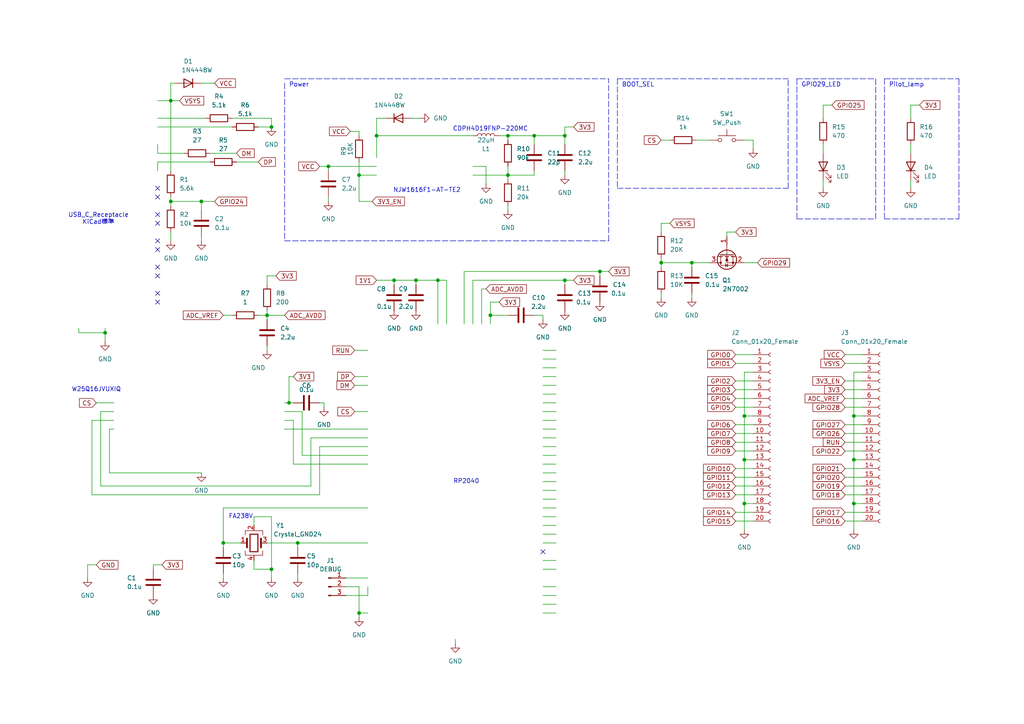
<source format=kicad_sch>
(kicad_sch (version 20231120) (generator "eeschema") (generator_version "8.0")
  (paper "A4")
  (lib_symbols
    (symbol "Connector:Conn_01x03_Male" (pin_names (offset 1.016) hide)
      (property "Reference" "J" (at 0 5.08 0))
      (property "Value" "Conn_01x03_Male" (at 0 -5.08 0))
      (symbol "Conn_01x03_Male_1_1"
        (polyline (pts (xy 1.27 -2.54) (xy 0.8636 -2.54)) (stroke (width 0.1524)))
        (polyline (pts (xy 1.27 0) (xy 0.8636 0)) (stroke (width 0.1524)))
        (polyline (pts (xy 1.27 2.54) (xy 0.8636 2.54)) (stroke (width 0.1524)))
        (rectangle (start 0.8636 -2.413) (end 0 -2.667) (stroke (width 0.1524)) (fill (type outline)))
        (rectangle (start 0.8636 0.127) (end 0 -0.127) (stroke (width 0.1524)) (fill (type outline)))
        (rectangle (start 0.8636 2.667) (end 0 2.413) (stroke (width 0.1524)) (fill (type outline)))
        (pin passive line (at 5.08 2.54 180) (length 3.81) (name "Pin_1") (number "1"))
        (pin passive line (at 5.08 0 180) (length 3.81) (name "Pin_2") (number "2"))
        (pin passive line (at 5.08 -2.54 180) (length 3.81) (name "Pin_3") (number "3"))
      )
    )
    (symbol "Connector:Conn_01x20_Female" (pin_names (offset 1.016) hide)
      (property "Reference" "J" (at 0 25.4 0))
      (property "Value" "Conn_01x20_Female" (at 0 -27.94 0))
      (symbol "Conn_01x20_Female_1_1"
        (arc (start 0 -24.892) (mid -0.5058 -25.4) (end 0 -25.908) (stroke (width 0.1524)))
        (arc (start 0 -22.352) (mid -0.5058 -22.86) (end 0 -23.368) (stroke (width 0.1524)))
        (arc (start 0 -19.812) (mid -0.5058 -20.32) (end 0 -20.828) (stroke (width 0.1524)))
        (arc (start 0 -17.272) (mid -0.5058 -17.78) (end 0 -18.288) (stroke (width 0.1524)))
        (arc (start 0 -14.732) (mid -0.5058 -15.24) (end 0 -15.748) (stroke (width 0.1524)))
        (arc (start 0 -12.192) (mid -0.5058 -12.7) (end 0 -13.208) (stroke (width 0.1524)))
        (arc (start 0 -9.652) (mid -0.5058 -10.16) (end 0 -10.668) (stroke (width 0.1524)))
        (arc (start 0 -7.112) (mid -0.5058 -7.62) (end 0 -8.128) (stroke (width 0.1524)))
        (arc (start 0 -4.572) (mid -0.5058 -5.08) (end 0 -5.588) (stroke (width 0.1524)))
        (arc (start 0 -2.032) (mid -0.5058 -2.54) (end 0 -3.048) (stroke (width 0.1524)))
        (polyline (pts (xy -1.27 -25.4) (xy -0.508 -25.4)) (stroke (width 0.1524)))
        (polyline (pts (xy -1.27 -22.86) (xy -0.508 -22.86)) (stroke (width 0.1524)))
        (polyline (pts (xy -1.27 -20.32) (xy -0.508 -20.32)) (stroke (width 0.1524)))
        (polyline (pts (xy -1.27 -17.78) (xy -0.508 -17.78)) (stroke (width 0.1524)))
        (polyline (pts (xy -1.27 -15.24) (xy -0.508 -15.24)) (stroke (width 0.1524)))
        (polyline (pts (xy -1.27 -12.7) (xy -0.508 -12.7)) (stroke (width 0.1524)))
        (polyline (pts (xy -1.27 -10.16) (xy -0.508 -10.16)) (stroke (width 0.1524)))
        (polyline (pts (xy -1.27 -7.62) (xy -0.508 -7.62)) (stroke (width 0.1524)))
        (polyline (pts (xy -1.27 -5.08) (xy -0.508 -5.08)) (stroke (width 0.1524)))
        (polyline (pts (xy -1.27 -2.54) (xy -0.508 -2.54)) (stroke (width 0.1524)))
        (polyline (pts (xy -1.27 0) (xy -0.508 0)) (stroke (width 0.1524)))
        (polyline (pts (xy -1.27 2.54) (xy -0.508 2.54)) (stroke (width 0.1524)))
        (polyline (pts (xy -1.27 5.08) (xy -0.508 5.08)) (stroke (width 0.1524)))
        (polyline (pts (xy -1.27 7.62) (xy -0.508 7.62)) (stroke (width 0.1524)))
        (polyline (pts (xy -1.27 10.16) (xy -0.508 10.16)) (stroke (width 0.1524)))
        (polyline (pts (xy -1.27 12.7) (xy -0.508 12.7)) (stroke (width 0.1524)))
        (polyline (pts (xy -1.27 15.24) (xy -0.508 15.24)) (stroke (width 0.1524)))
        (polyline (pts (xy -1.27 17.78) (xy -0.508 17.78)) (stroke (width 0.1524)))
        (polyline (pts (xy -1.27 20.32) (xy -0.508 20.32)) (stroke (width 0.1524)))
        (polyline (pts (xy -1.27 22.86) (xy -0.508 22.86)) (stroke (width 0.1524)))
        (arc (start 0 0.508) (mid -0.5058 0) (end 0 -0.508) (stroke (width 0.1524)))
        (arc (start 0 3.048) (mid -0.5058 2.54) (end 0 2.032) (stroke (width 0.1524)))
        (arc (start 0 5.588) (mid -0.5058 5.08) (end 0 4.572) (stroke (width 0.1524)))
        (arc (start 0 8.128) (mid -0.5058 7.62) (end 0 7.112) (stroke (width 0.1524)))
        (arc (start 0 10.668) (mid -0.5058 10.16) (end 0 9.652) (stroke (width 0.1524)))
        (arc (start 0 13.208) (mid -0.5058 12.7) (end 0 12.192) (stroke (width 0.1524)))
        (arc (start 0 15.748) (mid -0.5058 15.24) (end 0 14.732) (stroke (width 0.1524)))
        (arc (start 0 18.288) (mid -0.5058 17.78) (end 0 17.272) (stroke (width 0.1524)))
        (arc (start 0 20.828) (mid -0.5058 20.32) (end 0 19.812) (stroke (width 0.1524)))
        (arc (start 0 23.368) (mid -0.5058 22.86) (end 0 22.352) (stroke (width 0.1524)))
        (pin passive line (at -5.08 22.86 0) (length 3.81) (name "Pin_1") (number "1"))
        (pin passive line (at -5.08 0 0) (length 3.81) (name "Pin_10") (number "10"))
        (pin passive line (at -5.08 -2.54 0) (length 3.81) (name "Pin_11") (number "11"))
        (pin passive line (at -5.08 -5.08 0) (length 3.81) (name "Pin_12") (number "12"))
        (pin passive line (at -5.08 -7.62 0) (length 3.81) (name "Pin_13") (number "13"))
        (pin passive line (at -5.08 -10.16 0) (length 3.81) (name "Pin_14") (number "14"))
        (pin passive line (at -5.08 -12.7 0) (length 3.81) (name "Pin_15") (number "15"))
        (pin passive line (at -5.08 -15.24 0) (length 3.81) (name "Pin_16") (number "16"))
        (pin passive line (at -5.08 -17.78 0) (length 3.81) (name "Pin_17") (number "17"))
        (pin passive line (at -5.08 -20.32 0) (length 3.81) (name "Pin_18") (number "18"))
        (pin passive line (at -5.08 -22.86 0) (length 3.81) (name "Pin_19") (number "19"))
        (pin passive line (at -5.08 20.32 0) (length 3.81) (name "Pin_2") (number "2"))
        (pin passive line (at -5.08 -25.4 0) (length 3.81) (name "Pin_20") (number "20"))
        (pin passive line (at -5.08 17.78 0) (length 3.81) (name "Pin_3") (number "3"))
        (pin passive line (at -5.08 15.24 0) (length 3.81) (name "Pin_4") (number "4"))
        (pin passive line (at -5.08 12.7 0) (length 3.81) (name "Pin_5") (number "5"))
        (pin passive line (at -5.08 10.16 0) (length 3.81) (name "Pin_6") (number "6"))
        (pin passive line (at -5.08 7.62 0) (length 3.81) (name "Pin_7") (number "7"))
        (pin passive line (at -5.08 5.08 0) (length 3.81) (name "Pin_8") (number "8"))
        (pin passive line (at -5.08 2.54 0) (length 3.81) (name "Pin_9") (number "9"))
      )
    )
    (symbol "Device:C" (pin_numbers hide) (pin_names (offset 0.254))
      (property "Reference" "C" (at 0.635 2.54 0))
      (property "Value" "C" (at 0.635 -2.54 0))
      (symbol "C_0_1"
        (polyline (pts (xy -2.032 -0.762) (xy 2.032 -0.762)) (stroke (width 0.508)))
        (polyline (pts (xy -2.032 0.762) (xy 2.032 0.762)) (stroke (width 0.508)))
      )
      (symbol "C_1_1"
        (pin passive line (at 0 3.81 270) (length 2.794) (name "~") (number "1"))
        (pin passive line (at 0 -3.81 90) (length 2.794) (name "~") (number "2"))
      )
    )
    (symbol "Device:Crystal_GND24" (pin_names (offset 1.016) hide)
      (property "Reference" "Y" (at 3.175 5.08 0))
      (property "Value" "Crystal_GND24" (at 3.175 3.175 0))
      (symbol "Crystal_GND24_0_1"
        (rectangle (start -1.143 2.54) (end 1.143 -2.54) (stroke (width 0.3048)))
        (polyline (pts (xy -2.54 0) (xy -2.032 0)))
        (polyline (pts (xy -2.032 -1.27) (xy -2.032 1.27)) (stroke (width 0.508)))
        (polyline (pts (xy 0 -3.81) (xy 0 -3.556)))
        (polyline (pts (xy 0 3.556) (xy 0 3.81)))
        (polyline (pts (xy 2.032 -1.27) (xy 2.032 1.27)) (stroke (width 0.508)))
        (polyline (pts (xy 2.032 0) (xy 2.54 0)))
        (polyline (pts (xy -2.54 -2.286) (xy -2.54 -3.556) (xy 2.54 -3.556) (xy 2.54 -2.286)))
        (polyline (pts (xy -2.54 2.286) (xy -2.54 3.556) (xy 2.54 3.556) (xy 2.54 2.286)))
      )
      (symbol "Crystal_GND24_1_1"
        (pin passive line (at -3.81 0 0) (length 1.27) (name "1") (number "1"))
        (pin passive line (at 0 5.08 270) (length 1.27) (name "2") (number "2"))
        (pin passive line (at 3.81 0 180) (length 1.27) (name "3") (number "3"))
        (pin passive line (at 0 -5.08 90) (length 1.27) (name "4") (number "4"))
      )
    )
    (symbol "Device:L" (pin_numbers hide) (pin_names (offset 1.016) hide)
      (property "Reference" "L" (at -1.27 0 90))
      (property "Value" "L" (at 1.905 0 90))
      (symbol "L_0_1"
        (arc (start 0 -2.54) (mid 0.6323 -1.905) (end 0 -1.27))
        (arc (start 0 -1.27) (mid 0.6323 -0.635) (end 0 0))
        (arc (start 0 0) (mid 0.6323 0.635) (end 0 1.27))
        (arc (start 0 1.27) (mid 0.6323 1.905) (end 0 2.54))
      )
      (symbol "L_1_1"
        (pin passive line (at 0 3.81 270) (length 1.27) (name "1") (number "1"))
        (pin passive line (at 0 -3.81 90) (length 1.27) (name "2") (number "2"))
      )
    )
    (symbol "Device:LED" (pin_numbers hide) (pin_names (offset 1.016) hide)
      (property "Reference" "D" (at 0 2.54 0))
      (property "Value" "LED" (at 0 -2.54 0))
      (symbol "LED_0_1"
        (polyline (pts (xy -1.27 -1.27) (xy -1.27 1.27)) (stroke (width 0.254)))
        (polyline (pts (xy -1.27 0) (xy 1.27 0)))
        (polyline (pts (xy 1.27 -1.27) (xy 1.27 1.27) (xy -1.27 0) (xy 1.27 -1.27)) (stroke (width 0.254)))
        (polyline (pts (xy -3.048 -0.762) (xy -4.572 -2.286) (xy -3.81 -2.286) (xy -4.572 -2.286) (xy -4.572 -1.524)))
        (polyline (pts (xy -1.778 -0.762) (xy -3.302 -2.286) (xy -2.54 -2.286) (xy -3.302 -2.286) (xy -3.302 -1.524)))
      )
      (symbol "LED_1_1"
        (pin passive line (at -3.81 0 0) (length 2.54) (name "K") (number "1"))
        (pin passive line (at 3.81 0 180) (length 2.54) (name "A") (number "2"))
      )
    )
    (symbol "Device:R" (pin_numbers hide) (pin_names (offset 0))
      (property "Reference" "R" (at 2.032 0 90))
      (property "Value" "R" (at 0 0 90))
      (symbol "R_0_1"
        (rectangle (start -1.016 -2.54) (end 1.016 2.54) (stroke (width 0.254)))
      )
      (symbol "R_1_1"
        (pin passive line (at 0 3.81 270) (length 1.27) (name "~") (number "1"))
        (pin passive line (at 0 -3.81 90) (length 1.27) (name "~") (number "2"))
      )
    )
    (symbol "Diode:1N4448W" (pin_numbers hide) (pin_names (offset 1.016) hide)
      (property "Reference" "D" (at 0 2.54 0))
      (property "Value" "1N4448W" (at 0 -2.54 0))
      (symbol "1N4448W_0_1"
        (polyline (pts (xy -1.27 1.27) (xy -1.27 -1.27)) (stroke (width 0.254)))
        (polyline (pts (xy 1.27 0) (xy -1.27 0)))
        (polyline (pts (xy 1.27 1.27) (xy 1.27 -1.27) (xy -1.27 0) (xy 1.27 1.27)) (stroke (width 0.254)))
      )
      (symbol "1N4448W_1_1"
        (pin passive line (at -3.81 0 0) (length 2.54) (name "K") (number "1"))
        (pin passive line (at 3.81 0 180) (length 2.54) (name "A") (number "2"))
      )
    )
    (symbol "GND_1" (power) (pin_numbers hide) (pin_names (offset 0) hide)
      (property "Value" "GND" (at 0 -3.81 0))
      (symbol "GND_1_0_1"
        (polyline (pts (xy 0 0) (xy 0 -1.27) (xy 1.27 -1.27) (xy 0 -2.54) (xy -1.27 -1.27) (xy 0 -1.27)))
      )
      (symbol "GND_1_1_1"
        (pin power_in line (at 0 0 270) (length 0) (name "~") (number "1"))
      )
    )
    (symbol "GND_2" (power) (pin_numbers hide) (pin_names (offset 0) hide)
      (property "Value" "GND" (at 0 -3.81 0))
      (symbol "GND_2_0_1"
        (polyline (pts (xy 0 0) (xy 0 -1.27) (xy 1.27 -1.27) (xy 0 -2.54) (xy -1.27 -1.27) (xy 0 -1.27)))
      )
      (symbol "GND_2_1_1"
        (pin power_in line (at 0 0 270) (length 0) (name "~") (number "1"))
      )
    )
    (symbol "GND_3" (power) (pin_numbers hide) (pin_names (offset 0) hide)
      (property "Value" "GND" (at 0 -3.81 0))
      (symbol "GND_3_0_1"
        (polyline (pts (xy 0 0) (xy 0 -1.27) (xy 1.27 -1.27) (xy 0 -2.54) (xy -1.27 -1.27) (xy 0 -1.27)))
      )
      (symbol "GND_3_1_1"
        (pin power_in line (at 0 0 270) (length 0) (name "~") (number "1"))
      )
    )
    (symbol "Switch:SW_Push" (pin_numbers hide) (pin_names (offset 1.016) hide)
      (property "Reference" "SW" (at 1.27 2.54 0))
      (property "Value" "SW_Push" (at 0 -1.524 0))
      (symbol "SW_Push_0_1"
        (circle (center -2.032 0) (radius 0.508))
        (polyline (pts (xy 0 1.27) (xy 0 3.048)))
        (polyline (pts (xy 2.54 1.27) (xy -2.54 1.27)))
        (circle (center 2.032 0) (radius 0.508))
        (pin passive line (at -5.08 0 0) (length 2.54) (name "1") (number "1"))
        (pin passive line (at 5.08 0 180) (length 2.54) (name "2") (number "2"))
      )
    )
    (symbol "Transistor_FET:2N7002" (pin_names hide)
      (property "Reference" "Q" (at 5.08 1.905 0))
      (property "Value" "2N7002" (at 5.08 0 0))
      (symbol "2N7002_0_1"
        (polyline (pts (xy 0.254 0) (xy -2.54 0)))
        (polyline (pts (xy 0.254 1.905) (xy 0.254 -1.905)) (stroke (width 0.254)))
        (polyline (pts (xy 0.762 -1.27) (xy 0.762 -2.286)) (stroke (width 0.254)))
        (polyline (pts (xy 0.762 0.508) (xy 0.762 -0.508)) (stroke (width 0.254)))
        (polyline (pts (xy 0.762 2.286) (xy 0.762 1.27)) (stroke (width 0.254)))
        (polyline (pts (xy 2.54 2.54) (xy 2.54 1.778)))
        (polyline (pts (xy 2.54 -2.54) (xy 2.54 0) (xy 0.762 0)))
        (polyline (pts (xy 0.762 -1.778) (xy 3.302 -1.778) (xy 3.302 1.778) (xy 0.762 1.778)))
        (polyline (pts (xy 1.016 0) (xy 2.032 0.381) (xy 2.032 -0.381) (xy 1.016 0)) (fill (type outline)))
        (polyline (pts (xy 2.794 0.508) (xy 2.921 0.381) (xy 3.683 0.381) (xy 3.81 0.254)))
        (polyline (pts (xy 3.302 0.381) (xy 2.921 -0.254) (xy 3.683 -0.254) (xy 3.302 0.381)))
        (circle (center 1.651 0) (radius 2.794) (stroke (width 0.254)))
        (circle (center 2.54 -1.778) (radius 0.254) (fill (type outline)))
        (circle (center 2.54 1.778) (radius 0.254) (fill (type outline)))
      )
      (symbol "2N7002_1_1"
        (pin input line (at -5.08 0 0) (length 2.54) (name "G") (number "1"))
        (pin passive line (at 2.54 -5.08 90) (length 2.54) (name "S") (number "2"))
        (pin passive line (at 2.54 5.08 270) (length 2.54) (name "D") (number "3"))
      )
    )
    (symbol "power:GND" (power) (pin_names (offset 0))
      (property "Value" "GND" (at 0 -3.81 0))
      (symbol "GND_0_1"
        (polyline (pts (xy 0 0) (xy 0 -1.27) (xy 1.27 -1.27) (xy 0 -2.54) (xy -1.27 -1.27) (xy 0 -1.27)))
      )
      (symbol "GND_1_1"
        (pin power_in line (at 0 0 270) (length 0) hide (name "GND") (number "1"))
      )
    )
  )
  (junction (at 49.53 29.21))
  (junction (at 191.77 76.2))
  (junction (at 120.65 81.28))
  (junction (at 109.22 39.37))
  (junction (at 83.82 116.84))
  (junction (at 173.99 78.74))
  (junction (at 104.14 177.8))
  (junction (at 30.48 96.52))
  (junction (at 215.9 146.05))
  (junction (at 215.9 120.65))
  (junction (at 142.24 91.44))
  (junction (at 114.3 81.28))
  (junction (at 154.94 39.37))
  (junction (at 163.83 81.28))
  (junction (at 77.47 91.44))
  (junction (at 200.66 76.2))
  (junction (at 64.77 157.48))
  (junction (at 86.36 157.48))
  (junction (at 58.42 58.42))
  (junction (at 127 81.28))
  (junction (at 104.14 50.8))
  (junction (at 147.32 39.37))
  (junction (at 215.9 133.35))
  (junction (at 147.32 50.8))
  (junction (at 95.25 48.26))
  (junction (at 78.74 165.1))
  (junction (at 78.74 36.83))
  (junction (at 247.65 146.05))
  (junction (at 163.83 39.37))
  (junction (at 247.65 133.35))
  (junction (at 49.53 58.42))
  (junction (at 247.65 120.65))
  (no_connect (at 45.72 72.39))
  (no_connect (at 45.72 85.09))
  (no_connect (at 45.72 69.85))
  (no_connect (at 45.72 54.61))
  (no_connect (at 45.72 80.01))
  (no_connect (at 45.72 87.63))
  (no_connect (at 45.72 62.23))
  (no_connect (at 45.72 57.15))
  (no_connect (at 45.72 77.47))
  (no_connect (at 45.72 64.77))
  (no_connect (at 157.48 160.02))
  (wire (pts (xy 95.25 48.26) (xy 95.25 49.53)))
  (wire (pts (xy 92.71 48.26) (xy 95.25 48.26)))
  (wire (pts (xy 100.33 172.72) (xy 106.68 172.72)))
  (wire (pts (xy 215.9 153.67) (xy 215.9 146.05)))
  (wire (pts (xy 147.32 50.8) (xy 147.32 52.07)))
  (wire (pts (xy 22.86 96.52) (xy 30.48 96.52)))
  (wire (pts (xy 213.36 138.43) (xy 218.44 138.43)))
  (wire (pts (xy 144.78 87.63) (xy 142.24 87.63)))
  (wire (pts (xy 147.32 59.69) (xy 147.32 60.96)))
  (wire (pts (xy 245.11 105.41) (xy 250.19 105.41)))
  (polyline (pts (xy 254 63.5) (xy 254 22.86)) (stroke (width 0) (type dash)))
  (wire (pts (xy 247.65 133.35) (xy 247.65 120.65)))
  (wire (pts (xy 213.36 118.11) (xy 218.44 118.11)))
  (wire (pts (xy 157.48 147.32) (xy 161.29 147.32)))
  (wire (pts (xy 90.17 140.97) (xy 90.17 127)))
  (wire (pts (xy 111.76 34.29) (xy 109.22 34.29)))
  (wire (pts (xy 85.09 121.92) (xy 82.55 121.92)))
  (wire (pts (xy 213.36 135.89) (xy 218.44 135.89)))
  (wire (pts (xy 102.87 109.22) (xy 106.68 109.22)))
  (wire (pts (xy 213.36 115.57) (xy 218.44 115.57)))
  (wire (pts (xy 213.36 148.59) (xy 218.44 148.59)))
  (wire (pts (xy 250.19 118.11) (xy 245.11 118.11)))
  (wire (pts (xy 92.71 129.54) (xy 92.71 143.51)))
  (wire (pts (xy 93.98 116.84) (xy 92.71 116.84)))
  (wire (pts (xy 250.19 130.81) (xy 245.11 130.81)))
  (wire (pts (xy 87.63 132.08) (xy 87.63 119.38)))
  (wire (pts (xy 157.48 144.78) (xy 161.29 144.78)))
  (wire (pts (xy 109.22 39.37) (xy 109.22 45.72)))
  (wire (pts (xy 163.83 81.28) (xy 163.83 82.55)))
  (wire (pts (xy 82.55 124.46) (xy 106.68 124.46)))
  (wire (pts (xy 31.75 137.16) (xy 58.42 137.16)))
  (wire (pts (xy 78.74 36.83) (xy 78.74 34.29)))
  (wire (pts (xy 77.47 91.44) (xy 82.55 91.44)))
  (wire (pts (xy 213.36 143.51) (xy 218.44 143.51)))
  (wire (pts (xy 250.19 151.13) (xy 245.11 151.13)))
  (wire (pts (xy 191.77 76.2) (xy 200.66 76.2)))
  (wire (pts (xy 92.71 143.51) (xy 26.67 143.51)))
  (wire (pts (xy 250.19 113.03) (xy 245.11 113.03)))
  (wire (pts (xy 114.3 81.28) (xy 114.3 82.55)))
  (wire (pts (xy 157.48 129.54) (xy 161.29 129.54)))
  (wire (pts (xy 44.45 163.83) (xy 44.45 165.1)))
  (wire (pts (xy 78.74 165.1) (xy 78.74 149.86)))
  (wire (pts (xy 250.19 143.51) (xy 245.11 143.51)))
  (polyline (pts (xy 256.54 63.5) (xy 278.13 63.5)) (stroke (width 0) (type dash)))
  (wire (pts (xy 157.48 114.3) (xy 161.29 114.3)))
  (wire (pts (xy 33.02 119.38) (xy 29.21 119.38)))
  (wire (pts (xy 157.48 106.68) (xy 161.29 106.68)))
  (wire (pts (xy 157.48 134.62) (xy 161.29 134.62)))
  (wire (pts (xy 104.14 179.07) (xy 104.14 177.8)))
  (wire (pts (xy 191.77 64.77) (xy 191.77 67.31)))
  (wire (pts (xy 132.08 185.42) (xy 132.08 186.69)))
  (wire (pts (xy 140.97 53.34) (xy 140.97 48.26)))
  (wire (pts (xy 93.98 118.11) (xy 93.98 116.84)))
  (wire (pts (xy 95.25 48.26) (xy 109.22 48.26)))
  (polyline (pts (xy 231.14 63.5) (xy 254 63.5)) (stroke (width 0) (type dash)))
  (wire (pts (xy 250.19 148.59) (xy 245.11 148.59)))
  (wire (pts (xy 85.09 134.62) (xy 85.09 121.92)))
  (wire (pts (xy 77.47 91.44) (xy 77.47 92.71)))
  (wire (pts (xy 137.16 50.8) (xy 147.32 50.8)))
  (wire (pts (xy 245.11 115.57) (xy 250.19 115.57)))
  (wire (pts (xy 247.65 120.65) (xy 247.65 107.95)))
  (wire (pts (xy 49.53 24.13) (xy 49.53 29.21)))
  (wire (pts (xy 77.47 90.17) (xy 77.47 91.44)))
  (wire (pts (xy 64.77 147.32) (xy 106.68 147.32)))
  (wire (pts (xy 238.76 30.48) (xy 238.76 34.29)))
  (wire (pts (xy 64.77 158.75) (xy 64.77 157.48)))
  (wire (pts (xy 191.77 85.09) (xy 191.77 86.36)))
  (wire (pts (xy 157.48 172.72) (xy 161.29 172.72)))
  (wire (pts (xy 104.14 177.8) (xy 106.68 177.8)))
  (wire (pts (xy 86.36 166.37) (xy 86.36 167.64)))
  (wire (pts (xy 144.78 39.37) (xy 147.32 39.37)))
  (wire (pts (xy 157.48 149.86) (xy 161.29 149.86)))
  (wire (pts (xy 109.22 34.29) (xy 109.22 39.37)))
  (polyline (pts (xy 179.07 54.61) (xy 228.6 54.61)) (stroke (width 0) (type dash)))
  (wire (pts (xy 147.32 48.26) (xy 147.32 50.8)))
  (wire (pts (xy 30.48 96.52) (xy 30.48 99.06)))
  (wire (pts (xy 104.14 38.1) (xy 104.14 39.37)))
  (wire (pts (xy 44.45 163.83) (xy 46.99 163.83)))
  (wire (pts (xy 49.53 29.21) (xy 49.53 49.53)))
  (wire (pts (xy 120.65 81.28) (xy 127 81.28)))
  (wire (pts (xy 25.4 163.83) (xy 25.4 167.64)))
  (wire (pts (xy 104.14 58.42) (xy 104.14 50.8)))
  (wire (pts (xy 114.3 81.28) (xy 120.65 81.28)))
  (wire (pts (xy 250.19 133.35) (xy 247.65 133.35)))
  (wire (pts (xy 157.48 139.7) (xy 161.29 139.7)))
  (wire (pts (xy 213.36 151.13) (xy 218.44 151.13)))
  (wire (pts (xy 78.74 34.29) (xy 67.31 34.29)))
  (wire (pts (xy 213.36 128.27) (xy 218.44 128.27)))
  (wire (pts (xy 106.68 132.08) (xy 87.63 132.08)))
  (wire (pts (xy 142.24 91.44) (xy 147.32 91.44)))
  (wire (pts (xy 29.21 119.38) (xy 29.21 140.97)))
  (wire (pts (xy 154.94 91.44) (xy 157.48 91.44)))
  (wire (pts (xy 139.7 93.98) (xy 139.7 83.82)))
  (wire (pts (xy 157.48 127) (xy 161.29 127)))
  (wire (pts (xy 157.48 116.84) (xy 161.29 116.84)))
  (wire (pts (xy 215.9 40.64) (xy 218.44 40.64)))
  (polyline (pts (xy 82.55 69.85) (xy 176.53 69.85)) (stroke (width 0) (type dash)))
  (wire (pts (xy 80.01 80.01) (xy 77.47 80.01)))
  (wire (pts (xy 213.36 105.41) (xy 218.44 105.41)))
  (wire (pts (xy 213.36 67.31) (xy 210.82 67.31)))
  (wire (pts (xy 58.42 58.42) (xy 58.42 60.96)))
  (wire (pts (xy 22.86 95.25) (xy 22.86 96.52)))
  (wire (pts (xy 250.19 125.73) (xy 245.11 125.73)))
  (wire (pts (xy 49.53 58.42) (xy 58.42 58.42)))
  (wire (pts (xy 215.9 133.35) (xy 218.44 133.35)))
  (polyline (pts (xy 82.55 24.13) (xy 82.55 69.85)) (stroke (width 0) (type dash)))
  (wire (pts (xy 154.94 50.8) (xy 154.94 49.53)))
  (wire (pts (xy 58.42 68.58) (xy 58.42 69.85)))
  (wire (pts (xy 245.11 102.87) (xy 250.19 102.87)))
  (wire (pts (xy 104.14 50.8) (xy 109.22 50.8)))
  (wire (pts (xy 157.48 170.18) (xy 161.29 170.18)))
  (wire (pts (xy 49.53 24.13) (xy 50.8 24.13)))
  (wire (pts (xy 137.16 39.37) (xy 109.22 39.37)))
  (wire (pts (xy 87.63 119.38) (xy 82.55 119.38)))
  (wire (pts (xy 78.74 167.64) (xy 78.74 165.1)))
  (polyline (pts (xy 256.54 22.86) (xy 278.13 22.86)) (stroke (width 0) (type dash)))
  (polyline (pts (xy 231.14 22.86) (xy 231.14 63.5)) (stroke (width 0) (type dash)))
  (wire (pts (xy 250.19 123.19) (xy 245.11 123.19)))
  (wire (pts (xy 213.36 102.87) (xy 218.44 102.87)))
  (wire (pts (xy 157.48 137.16) (xy 161.29 137.16)))
  (wire (pts (xy 215.9 76.2) (xy 219.71 76.2)))
  (wire (pts (xy 106.68 134.62) (xy 85.09 134.62)))
  (wire (pts (xy 26.67 143.51) (xy 26.67 121.92)))
  (wire (pts (xy 147.32 50.8) (xy 154.94 50.8)))
  (wire (pts (xy 157.48 165.1) (xy 161.29 165.1)))
  (wire (pts (xy 250.19 138.43) (xy 245.11 138.43)))
  (wire (pts (xy 157.48 154.94) (xy 161.29 154.94)))
  (wire (pts (xy 157.48 124.46) (xy 161.29 124.46)))
  (wire (pts (xy 45.72 46.99) (xy 45.72 49.53)))
  (wire (pts (xy 215.9 146.05) (xy 215.9 133.35)))
  (wire (pts (xy 200.66 76.2) (xy 200.66 77.47)))
  (wire (pts (xy 215.9 107.95) (xy 218.44 107.95)))
  (wire (pts (xy 264.16 41.91) (xy 264.16 44.45)))
  (wire (pts (xy 213.36 125.73) (xy 218.44 125.73)))
  (polyline (pts (xy 176.53 69.85) (xy 176.53 22.86)) (stroke (width 0) (type dash)))
  (wire (pts (xy 29.21 140.97) (xy 90.17 140.97)))
  (wire (pts (xy 213.36 113.03) (xy 218.44 113.03)))
  (wire (pts (xy 58.42 24.13) (xy 62.23 24.13)))
  (wire (pts (xy 250.19 110.49) (xy 245.11 110.49)))
  (wire (pts (xy 154.94 39.37) (xy 163.83 39.37)))
  (wire (pts (xy 45.72 29.21) (xy 49.53 29.21)))
  (wire (pts (xy 250.19 120.65) (xy 247.65 120.65)))
  (wire (pts (xy 142.24 87.63) (xy 142.24 91.44)))
  (wire (pts (xy 45.72 41.91) (xy 45.72 44.45)))
  (wire (pts (xy 157.48 104.14) (xy 161.29 104.14)))
  (wire (pts (xy 86.36 157.48) (xy 86.36 158.75)))
  (wire (pts (xy 109.22 81.28) (xy 114.3 81.28)))
  (wire (pts (xy 104.14 170.18) (xy 104.14 177.8)))
  (wire (pts (xy 176.53 78.74) (xy 173.99 78.74)))
  (wire (pts (xy 157.48 91.44) (xy 157.48 92.71)))
  (wire (pts (xy 173.99 78.74) (xy 173.99 80.01)))
  (wire (pts (xy 247.65 153.67) (xy 247.65 146.05)))
  (wire (pts (xy 147.32 39.37) (xy 147.32 40.64)))
  (wire (pts (xy 157.48 152.4) (xy 161.29 152.4)))
  (wire (pts (xy 45.72 46.99) (xy 60.96 46.99)))
  (wire (pts (xy 86.36 157.48) (xy 106.68 157.48)))
  (wire (pts (xy 127 81.28) (xy 129.54 81.28)))
  (wire (pts (xy 215.9 133.35) (xy 215.9 120.65)))
  (wire (pts (xy 45.72 44.45) (xy 53.34 44.45)))
  (wire (pts (xy 250.19 140.97) (xy 245.11 140.97)))
  (wire (pts (xy 30.48 95.25) (xy 30.48 96.52)))
  (wire (pts (xy 31.75 124.46) (xy 33.02 124.46)))
  (wire (pts (xy 157.48 177.8) (xy 161.29 177.8)))
  (wire (pts (xy 77.47 157.48) (xy 86.36 157.48)))
  (wire (pts (xy 45.72 34.29) (xy 59.69 34.29)))
  (wire (pts (xy 74.93 91.44) (xy 77.47 91.44)))
  (wire (pts (xy 73.66 162.56) (xy 73.66 165.1)))
  (wire (pts (xy 102.87 111.76) (xy 106.68 111.76)))
  (wire (pts (xy 250.19 128.27) (xy 245.11 128.27)))
  (wire (pts (xy 49.53 58.42) (xy 49.53 59.69)))
  (wire (pts (xy 215.9 120.65) (xy 218.44 120.65)))
  (wire (pts (xy 106.68 129.54) (xy 92.71 129.54)))
  (polyline (pts (xy 82.55 22.86) (xy 176.53 22.86)) (stroke (width 0) (type dash)))
  (polyline (pts (xy 256.54 22.86) (xy 256.54 63.5)) (stroke (width 0) (type dash)))
  (wire (pts (xy 140.97 48.26) (xy 137.16 48.26)))
  (polyline (pts (xy 179.07 22.86) (xy 179.07 54.61)) (stroke (width 0) (type dash)))
  (wire (pts (xy 241.3 30.48) (xy 238.76 30.48)))
  (wire (pts (xy 210.82 67.31) (xy 210.82 68.58)))
  (wire (pts (xy 107.95 58.42) (xy 104.14 58.42)))
  (wire (pts (xy 68.58 46.99) (xy 74.93 46.99)))
  (wire (pts (xy 60.96 44.45) (xy 68.58 44.45)))
  (wire (pts (xy 45.72 36.83) (xy 67.31 36.83)))
  (wire (pts (xy 120.65 81.28) (xy 120.65 82.55)))
  (wire (pts (xy 157.48 111.76) (xy 161.29 111.76)))
  (wire (pts (xy 64.77 166.37) (xy 64.77 167.64)))
  (wire (pts (xy 73.66 165.1) (xy 78.74 165.1)))
  (wire (pts (xy 73.66 149.86) (xy 78.74 149.86)))
  (wire (pts (xy 147.32 39.37) (xy 154.94 39.37)))
  (wire (pts (xy 27.94 163.83) (xy 25.4 163.83)))
  (wire (pts (xy 77.47 100.33) (xy 77.47 101.6)))
  (polyline (pts (xy 228.6 54.61) (xy 228.6 22.86)) (stroke (width 0) (type dash)))
  (wire (pts (xy 218.44 40.64) (xy 218.44 43.18)))
  (wire (pts (xy 157.48 101.6) (xy 161.29 101.6)))
  (wire (pts (xy 31.75 124.46) (xy 31.75 137.16)))
  (wire (pts (xy 154.94 39.37) (xy 154.94 41.91)))
  (wire (pts (xy 163.83 36.83) (xy 166.37 36.83)))
  (wire (pts (xy 157.48 109.22) (xy 161.29 109.22)))
  (wire (pts (xy 157.48 119.38) (xy 161.29 119.38)))
  (wire (pts (xy 163.83 39.37) (xy 163.83 41.91)))
  (wire (pts (xy 82.55 116.84) (xy 83.82 116.84)))
  (wire (pts (xy 26.67 121.92) (xy 33.02 121.92)))
  (wire (pts (xy 215.9 120.65) (xy 215.9 107.95)))
  (wire (pts (xy 90.17 127) (xy 106.68 127)))
  (wire (pts (xy 191.77 74.93) (xy 191.77 76.2)))
  (wire (pts (xy 166.37 81.28) (xy 163.83 81.28)))
  (wire (pts (xy 200.66 76.2) (xy 205.74 76.2)))
  (wire (pts (xy 247.65 107.95) (xy 250.19 107.95)))
  (wire (pts (xy 100.33 167.64) (xy 106.68 167.64)))
  (wire (pts (xy 100.33 170.18) (xy 104.14 170.18)))
  (wire (pts (xy 157.48 142.24) (xy 161.29 142.24)))
  (wire (pts (xy 238.76 52.07) (xy 238.76 54.61)))
  (wire (pts (xy 163.83 49.53) (xy 163.83 50.8)))
  (wire (pts (xy 73.66 149.86) (xy 73.66 152.4)))
  (wire (pts (xy 137.16 93.98) (xy 137.16 81.28)))
  (wire (pts (xy 142.24 91.44) (xy 142.24 93.98)))
  (wire (pts (xy 95.25 57.15) (xy 95.25 58.42)))
  (wire (pts (xy 157.48 132.08) (xy 161.29 132.08)))
  (wire (pts (xy 200.66 85.09) (xy 200.66 86.36)))
  (wire (pts (xy 64.77 91.44) (xy 67.31 91.44)))
  (wire (pts (xy 247.65 146.05) (xy 247.65 133.35)))
  (wire (pts (xy 215.9 146.05) (xy 218.44 146.05)))
  (wire (pts (xy 157.48 121.92) (xy 161.29 121.92)))
  (wire (pts (xy 119.38 34.29) (xy 121.92 34.29)))
  (wire (pts (xy 264.16 52.07) (xy 264.16 54.61)))
  (wire (pts (xy 85.09 109.22) (xy 83.82 109.22)))
  (wire (pts (xy 129.54 81.28) (xy 129.54 93.98)))
  (wire (pts (xy 134.62 78.74) (xy 134.62 93.98)))
  (polyline (pts (xy 231.14 22.86) (xy 254 22.86)) (stroke (width 0) (type dash)))
  (wire (pts (xy 83.82 109.22) (xy 83.82 116.84)))
  (wire (pts (xy 264.16 30.48) (xy 264.16 34.29)))
  (wire (pts (xy 213.36 110.49) (xy 218.44 110.49)))
  (wire (pts (xy 194.31 64.77) (xy 191.77 64.77)))
  (wire (pts (xy 106.68 172.72) (xy 106.68 170.18)))
  (wire (pts (xy 74.93 36.83) (xy 78.74 36.83)))
  (wire (pts (xy 49.53 67.31) (xy 49.53 69.85)))
  (wire (pts (xy 58.42 58.42) (xy 62.23 58.42)))
  (wire (pts (xy 102.87 101.6) (xy 106.68 101.6)))
  (wire (pts (xy 191.77 40.64) (xy 194.31 40.64)))
  (polyline (pts (xy 179.07 22.86) (xy 228.6 22.86)) (stroke (width 0) (type dash)))
  (wire (pts (xy 238.76 41.91) (xy 238.76 44.45)))
  (wire (pts (xy 213.36 140.97) (xy 218.44 140.97)))
  (wire (pts (xy 104.14 46.99) (xy 104.14 50.8)))
  (wire (pts (xy 83.82 116.84) (xy 85.09 116.84)))
  (wire (pts (xy 64.77 147.32) (xy 64.77 157.48)))
  (wire (pts (xy 250.19 135.89) (xy 245.11 135.89)))
  (wire (pts (xy 266.7 30.48) (xy 264.16 30.48)))
  (wire (pts (xy 49.53 29.21) (xy 52.07 29.21)))
  (wire (pts (xy 250.19 146.05) (xy 247.65 146.05)))
  (wire (pts (xy 157.48 175.26) (xy 161.29 175.26)))
  (polyline (pts (xy 278.13 63.5) (xy 278.13 22.86)) (stroke (width 0) (type dash)))
  (wire (pts (xy 127 81.28) (xy 127 93.98)))
  (wire (pts (xy 27.94 116.84) (xy 33.02 116.84)))
  (wire (pts (xy 157.48 157.48) (xy 161.29 157.48)))
  (wire (pts (xy 191.77 76.2) (xy 191.77 77.47)))
  (wire (pts (xy 64.77 157.48) (xy 69.85 157.48)))
  (wire (pts (xy 201.93 40.64) (xy 205.74 40.64)))
  (wire (pts (xy 134.62 78.74) (xy 173.99 78.74)))
  (wire (pts (xy 49.53 57.15) (xy 49.53 58.42)))
  (wire (pts (xy 137.16 81.28) (xy 163.83 81.28)))
  (wire (pts (xy 139.7 83.82) (xy 140.97 83.82)))
  (wire (pts (xy 213.36 130.81) (xy 218.44 130.81)))
  (wire (pts (xy 102.87 119.38) (xy 106.68 119.38)))
  (wire (pts (xy 104.14 38.1) (xy 101.6 38.1)))
  (wire (pts (xy 77.47 80.01) (xy 77.47 82.55)))
  (wire (pts (xy 157.48 162.56) (xy 161.29 162.56)))
  (wire (pts (xy 213.36 123.19) (xy 218.44 123.19)))
  (wire (pts (xy 163.83 36.83) (xy 163.83 39.37)))
  (text "GPIO29_LED" (at 232.41 25.4 0) (effects (font (size 1.27 1.27)) (justify left bottom)))
  (text "Power" (at 83.82 25.4 0) (effects (font (size 1.27 1.27)) (justify left bottom)))
  (text "RP2040" (at 135.255 139.7 0) (effects (font (size 1.27 1.27))))
  (text "CDPH4D19FNP-220MC" (at 142.24 37.465 0) (effects (font (size 1.27 1.27))))
  (text "FA238V" (at 69.85 149.86 0) (effects (font (size 1.27 1.27))))
  (text "W25Q16JVUXIQ" (at 27.94 113.03 0) (effects (font (size 1.27 1.27))))
  (text "USB_C_Receptacle\nKiCad標準" (at 28.575 63.5 0) (effects (font (size 1.27 1.27))))
  (text "NJW1616F1-AT-TE2" (at 123.825 55.245 0) (effects (font (size 1.27 1.27))))
  (text "Pilot_lamp" (at 257.81 25.4 0) (effects (font (size 1.27 1.27)) (justify left bottom)))
  (text "BOOT_SEL" (at 180.34 25.4 0) (effects (font (size 1.27 1.27)) (justify left bottom)))
  (global_label "1V1" (shape input) (at 109.22 81.28 180) (property "Intersheetrefs" "${INTERSHEET_REFS}" (effects (hide yes))))
  (global_label "GPIO15" (shape input) (at 213.36 151.13 180) (property "Intersheetrefs" "${INTERSHEET_REFS}" (effects (hide yes))))
  (global_label "ADC_AVDD" (shape input) (at 82.55 91.44 0) (property "Intersheetrefs" "${INTERSHEET_REFS}" (effects (hide yes))))
  (global_label "DM" (shape input) (at 68.58 44.45 0) (property "Intersheetrefs" "${INTERSHEET_REFS}" (effects (hide yes))))
  (global_label "GND" (shape input) (at 27.94 163.83 0) (property "Intersheetrefs" "${INTERSHEET_REFS}" (effects (hide yes))))
  (global_label "VCC" (shape input) (at 62.23 24.13 0) (property "Intersheetrefs" "${INTERSHEET_REFS}" (effects (hide yes))))
  (global_label "3V3" (shape input) (at 85.09 109.22 0) (property "Intersheetrefs" "${INTERSHEET_REFS}" (effects (hide yes))))
  (global_label "3V3" (shape input) (at 46.99 163.83 0) (property "Intersheetrefs" "${INTERSHEET_REFS}" (effects (hide yes))))
  (global_label "GPIO10" (shape input) (at 213.36 135.89 180) (property "Intersheetrefs" "${INTERSHEET_REFS}" (effects (hide yes))))
  (global_label "GPIO22" (shape input) (at 245.11 130.81 180) (property "Intersheetrefs" "${INTERSHEET_REFS}" (effects (hide yes))))
  (global_label "CS" (shape input) (at 191.77 40.64 180) (property "Intersheetrefs" "${INTERSHEET_REFS}" (effects (hide yes))))
  (global_label "VSYS" (shape input) (at 245.11 105.41 180) (property "Intersheetrefs" "${INTERSHEET_REFS}" (effects (hide yes))))
  (global_label "DM" (shape input) (at 102.87 111.76 180) (property "Intersheetrefs" "${INTERSHEET_REFS}" (effects (hide yes))))
  (global_label "GPIO11" (shape input) (at 213.36 138.43 180) (property "Intersheetrefs" "${INTERSHEET_REFS}" (effects (hide yes))))
  (global_label "DP" (shape input) (at 102.87 109.22 180) (property "Intersheetrefs" "${INTERSHEET_REFS}" (effects (hide yes))))
  (global_label "3V3" (shape input) (at 213.36 67.31 0) (property "Intersheetrefs" "${INTERSHEET_REFS}" (effects (hide yes))))
  (global_label "3V3_EN" (shape input) (at 107.95 58.42 0) (property "Intersheetrefs" "${INTERSHEET_REFS}" (effects (hide yes))))
  (global_label "VSYS" (shape input) (at 194.31 64.77 0) (property "Intersheetrefs" "${INTERSHEET_REFS}" (effects (hide yes))))
  (global_label "GPIO4" (shape input) (at 213.36 115.57 180) (property "Intersheetrefs" "${INTERSHEET_REFS}" (effects (hide yes))))
  (global_label "GPIO20" (shape input) (at 245.11 138.43 180) (property "Intersheetrefs" "${INTERSHEET_REFS}" (effects (hide yes))))
  (global_label "GPIO8" (shape input) (at 213.36 128.27 180) (property "Intersheetrefs" "${INTERSHEET_REFS}" (effects (hide yes))))
  (global_label "GPIO5" (shape input) (at 213.36 118.11 180) (property "Intersheetrefs" "${INTERSHEET_REFS}" (effects (hide yes))))
  (global_label "3V3" (shape input) (at 144.78 87.63 0) (property "Intersheetrefs" "${INTERSHEET_REFS}" (effects (hide yes))))
  (global_label "CS" (shape input) (at 27.94 116.84 180) (property "Intersheetrefs" "${INTERSHEET_REFS}" (effects (hide yes))))
  (global_label "3V3" (shape input) (at 166.37 36.83 0) (property "Intersheetrefs" "${INTERSHEET_REFS}" (effects (hide yes))))
  (global_label "ADC_AVDD" (shape input) (at 140.97 83.82 0) (property "Intersheetrefs" "${INTERSHEET_REFS}" (effects (hide yes))))
  (global_label "GPIO14" (shape input) (at 213.36 148.59 180) (property "Intersheetrefs" "${INTERSHEET_REFS}" (effects (hide yes))))
  (global_label "GPIO16" (shape input) (at 245.11 151.13 180) (property "Intersheetrefs" "${INTERSHEET_REFS}" (effects (hide yes))))
  (global_label "GPIO12" (shape input) (at 213.36 140.97 180) (property "Intersheetrefs" "${INTERSHEET_REFS}" (effects (hide yes))))
  (global_label "GPIO26" (shape input) (at 245.11 125.73 180) (property "Intersheetrefs" "${INTERSHEET_REFS}" (effects (hide yes))))
  (global_label "GPIO27" (shape input) (at 245.11 123.19 180) (property "Intersheetrefs" "${INTERSHEET_REFS}" (effects (hide yes))))
  (global_label "GPIO2" (shape input) (at 213.36 110.49 180) (property "Intersheetrefs" "${INTERSHEET_REFS}" (effects (hide yes))))
  (global_label "GPIO29" (shape input) (at 219.71 76.2 0) (property "Intersheetrefs" "${INTERSHEET_REFS}" (effects (hide yes))))
  (global_label "VSYS" (shape input) (at 52.07 29.21 0) (property "Intersheetrefs" "${INTERSHEET_REFS}" (effects (hide yes))))
  (global_label "3V3" (shape input) (at 245.11 113.03 180) (property "Intersheetrefs" "${INTERSHEET_REFS}" (effects (hide yes))))
  (global_label "GPIO28" (shape input) (at 245.11 118.11 180) (property "Intersheetrefs" "${INTERSHEET_REFS}" (effects (hide yes))))
  (global_label "GPIO7" (shape input) (at 213.36 125.73 180) (property "Intersheetrefs" "${INTERSHEET_REFS}" (effects (hide yes))))
  (global_label "VCC" (shape input) (at 245.11 102.87 180) (property "Intersheetrefs" "${INTERSHEET_REFS}" (effects (hide yes))))
  (global_label "GPIO1" (shape input) (at 213.36 105.41 180) (property "Intersheetrefs" "${INTERSHEET_REFS}" (effects (hide yes))))
  (global_label "GPIO17" (shape input) (at 245.11 148.59 180) (property "Intersheetrefs" "${INTERSHEET_REFS}" (effects (hide yes))))
  (global_label "GPIO13" (shape input) (at 213.36 143.51 180) (property "Intersheetrefs" "${INTERSHEET_REFS}" (effects (hide yes))))
  (global_label "RUN" (shape input) (at 245.11 128.27 180) (property "Intersheetrefs" "${INTERSHEET_REFS}" (effects (hide yes))))
  (global_label "3V3" (shape input) (at 166.37 81.28 0) (property "Intersheetrefs" "${INTERSHEET_REFS}" (effects (hide yes))))
  (global_label "CS" (shape input) (at 102.87 119.38 180) (property "Intersheetrefs" "${INTERSHEET_REFS}" (effects (hide yes))))
  (global_label "GPIO0" (shape input) (at 213.36 102.87 180) (property "Intersheetrefs" "${INTERSHEET_REFS}" (effects (hide yes))))
  (global_label "VCC" (shape input) (at 101.6 38.1 180) (property "Intersheetrefs" "${INTERSHEET_REFS}" (effects (hide yes))))
  (global_label "GPIO6" (shape input) (at 213.36 123.19 180) (property "Intersheetrefs" "${INTERSHEET_REFS}" (effects (hide yes))))
  (global_label "GPIO25" (shape input) (at 241.3 30.48 0) (property "Intersheetrefs" "${INTERSHEET_REFS}" (effects (hide yes))))
  (global_label "3V3" (shape input) (at 176.53 78.74 0) (property "Intersheetrefs" "${INTERSHEET_REFS}" (effects (hide yes))))
  (global_label "RUN" (shape input) (at 102.87 101.6 180) (property "Intersheetrefs" "${INTERSHEET_REFS}" (effects (hide yes))))
  (global_label "3V3_EN" (shape input) (at 245.11 110.49 180) (property "Intersheetrefs" "${INTERSHEET_REFS}" (effects (hide yes))))
  (global_label "ADC_VREF" (shape input) (at 245.11 115.57 180) (property "Intersheetrefs" "${INTERSHEET_REFS}" (effects (hide yes))))
  (global_label "GPIO24" (shape input) (at 62.23 58.42 0) (property "Intersheetrefs" "${INTERSHEET_REFS}" (effects (hide yes))))
  (global_label "GPIO9" (shape input) (at 213.36 130.81 180) (property "Intersheetrefs" "${INTERSHEET_REFS}" (effects (hide yes))))
  (global_label "ADC_VREF" (shape input) (at 64.77 91.44 180) (property "Intersheetrefs" "${INTERSHEET_REFS}" (effects (hide yes))))
  (global_label "3V3" (shape input) (at 266.7 30.48 0) (property "Intersheetrefs" "${INTERSHEET_REFS}" (effects (hide yes))))
  (global_label "3V3" (shape input) (at 80.01 80.01 0) (property "Intersheetrefs" "${INTERSHEET_REFS}" (effects (hide yes))))
  (global_label "GPIO3" (shape input) (at 213.36 113.03 180) (property "Intersheetrefs" "${INTERSHEET_REFS}" (effects (hide yes))))
  (global_label "GPIO19" (shape input) (at 245.11 140.97 180) (property "Intersheetrefs" "${INTERSHEET_REFS}" (effects (hide yes))))
  (global_label "VCC" (shape input) (at 92.71 48.26 180) (property "Intersheetrefs" "${INTERSHEET_REFS}" (effects (hide yes))))
  (global_label "GPIO18" (shape input) (at 245.11 143.51 180) (property "Intersheetrefs" "${INTERSHEET_REFS}" (effects (hide yes))))
  (global_label "GPIO21" (shape input) (at 245.11 135.89 180) (property "Intersheetrefs" "${INTERSHEET_REFS}" (effects (hide yes))))
  (global_label "DP" (shape input) (at 74.93 46.99 0) (property "Intersheetrefs" "${INTERSHEET_REFS}" (effects (hide yes))))
  (symbol (lib_name "GND_1") (lib_id "power:GND") (at 78.74 36.83 0) (unit 1)
    (property "Reference" "#PWR09" (effects (hide yes)))
    (property "Value" "GND" (at 78.74 41.91 0))
    (property "Description" "Power symbol creates a global label with name \"GND\" , ground" (effects (hide yes)))
  )
  (symbol (lib_id "Device:LED") (at 238.76 48.26 90) (unit 1)
    (property "Reference" "D3" (at 242.57 48.5774 90) (effects (justify right)))
    (property "Value" "LED" (at 242.57 51.1174 90) (effects (justify right)))
    (property "Footprint" "Capacitor_SMD:C_0603_1608Metric" (effects (hide yes)))
  )
  (symbol (lib_id "Device:C") (at 58.42 64.77 0) (unit 1)
    (property "Reference" "C2" (at 62.23 63.4999 0) (effects (justify left)))
    (property "Value" "0.1u" (at 62.23 66.0399 0) (effects (justify left)))
    (property "Footprint" "Capacitor_SMD:C_0603_1608Metric" (effects (hide yes)))
  )
  (symbol (lib_id "power:GND") (at 173.99 87.63 0) (mirror y) (unit 1)
    (property "Reference" "#PWR024" (effects (hide yes)))
    (property "Value" "GND" (at 173.99 92.71 0))
  )
  (symbol (lib_id "Diode:1N4448W") (at 115.57 34.29 0) (mirror x) (unit 1)
    (property "Reference" "D2" (at 115.57 27.94 0))
    (property "Value" "1N4448W" (at 113.03 30.48 0))
    (property "Footprint" "Diode_SMD:D_SOD-123" (effects (hide yes)))
    (property "Datasheet" "https://www.vishay.com/docs/85722/1n4448w.pdf" (effects (hide yes)))
  )
  (symbol (lib_id "Device:R") (at 57.15 44.45 90) (unit 1)
    (property "Reference" "R3" (at 57.15 38.1 90))
    (property "Value" "27" (at 57.15 40.64 90))
    (property "Footprint" "Resistor_SMD:R_0603_1608Metric" (effects (hide yes)))
  )
  (symbol (lib_id "power:GND") (at 58.42 137.16 0) (unit 1)
    (property "Reference" "#PWR06" (effects (hide yes)))
    (property "Value" "GND" (at 58.42 142.24 0))
  )
  (symbol (lib_id "Device:Crystal_GND24") (at 73.66 157.48 0) (unit 1)
    (property "Reference" "Y1" (at 81.28 152.4 0))
    (property "Value" "Crystal_GND24" (at 86.36 154.94 0))
    (property "Footprint" "Crystal:Crystal_SMD_EuroQuartz_MT-4Pin_3.2x2.5mm" (effects (hide yes)))
  )
  (symbol (lib_id "Device:C") (at 88.9 116.84 90) (unit 1)
    (property "Reference" "C6" (at 88.9 111.76 90))
    (property "Value" "0.1u" (at 88.9 113.03 90))
    (property "Footprint" "Capacitor_SMD:C_0603_1608Metric" (effects (hide yes)))
  )
  (symbol (lib_id "power:GND") (at 147.32 60.96 0) (unit 1)
    (property "Reference" "#PWR020" (effects (hide yes)))
    (property "Value" "GND" (at 147.32 66.04 0))
  )
  (symbol (lib_id "power:GND") (at 78.74 167.64 0) (unit 1)
    (property "Reference" "#PWR010" (effects (hide yes)))
    (property "Value" "GND" (at 78.74 172.72 0))
  )
  (symbol (lib_id "Device:C") (at 163.83 86.36 0) (mirror y) (unit 1)
    (property "Reference" "C13" (at 171.45 85.09 0) (effects (justify left)))
    (property "Value" "0.1u" (at 171.45 87.63 0) (effects (justify left)))
    (property "Footprint" "Capacitor_SMD:C_0603_1608Metric" (effects (hide yes)))
  )
  (symbol (lib_id "Device:C") (at 200.66 81.28 0) (unit 1)
    (property "Reference" "C15" (at 204.47 80.0099 0) (effects (justify left)))
    (property "Value" "0.1u" (at 204.47 82.5499 0) (effects (justify left)))
    (property "Footprint" "Capacitor_SMD:C_0603_1608Metric" (effects (hide yes)))
  )
  (symbol (lib_id "power:GND") (at 25.4 167.64 0) (unit 1)
    (property "Reference" "#PWR01" (effects (hide yes)))
    (property "Value" "GND" (at 25.4 172.72 0))
  )
  (symbol (lib_id "Device:R") (at 71.12 36.83 90) (unit 1)
    (property "Reference" "R6" (at 71.12 30.48 90))
    (property "Value" "5.1k" (at 71.12 33.02 90))
    (property "Footprint" "Resistor_SMD:R_0603_1608Metric" (effects (hide yes)))
  )
  (symbol (lib_id "power:GND") (at 86.36 167.64 0) (unit 1)
    (property "Reference" "#PWR011" (effects (hide yes)))
    (property "Value" "GND" (at 86.36 172.72 0))
  )
  (symbol (lib_id "Device:R") (at 198.12 40.64 90) (unit 1)
    (property "Reference" "R14" (at 198.12 34.29 90))
    (property "Value" "1k" (at 198.12 36.83 90))
    (property "Footprint" "Resistor_SMD:R_0603_1608Metric" (effects (hide yes)))
  )
  (symbol (lib_id "Device:R") (at 147.32 55.88 0) (unit 1)
    (property "Reference" "R11" (at 149.86 54.6099 0) (effects (justify left)))
    (property "Value" "20k" (at 149.86 57.1499 0) (effects (justify left)))
    (property "Footprint" "Resistor_SMD:R_0603_1608Metric" (effects (hide yes)))
  )
  (symbol (lib_id "power:GND") (at 49.53 69.85 0) (unit 1)
    (property "Reference" "#PWR04" (effects (hide yes)))
    (property "Value" "GND" (at 49.53 74.93 0))
  )
  (symbol (lib_id "Device:R") (at 191.77 71.12 0) (unit 1)
    (property "Reference" "R12" (at 194.31 69.8499 0) (effects (justify left)))
    (property "Value" "20K" (at 194.31 72.3899 0) (effects (justify left)))
    (property "Footprint" "Resistor_SMD:R_0603_1608Metric" (effects (hide yes)))
  )
  (symbol (lib_id "Device:R") (at 77.47 86.36 0) (unit 1)
    (property "Reference" "R8" (at 80.01 85.0899 0) (effects (justify left)))
    (property "Value" "200" (at 80.01 87.6299 0) (effects (justify left)))
    (property "Footprint" "Resistor_SMD:R_0603_1608Metric" (effects (hide yes)))
  )
  (symbol (lib_id "Transistor_FET:2N7002") (at 210.82 73.66 90) (mirror x) (unit 1)
    (property "Reference" "Q1" (at 210.82 81.28 90))
    (property "Value" "2N7002" (at 213.36 83.82 90))
    (property "Footprint" "Package_TO_SOT_SMD:SOT-23" (effects (hide yes)))
    (property "Datasheet" "https://www.onsemi.com/pub/Collateral/NDS7002A-D.PDF" (effects (hide yes)))
  )
  (symbol (lib_id "power:GND") (at 114.3 90.17 0) (unit 1)
    (property "Reference" "#PWR015" (effects (hide yes)))
    (property "Value" "GND" (at 114.3 95.25 0))
  )
  (symbol (lib_id "Device:R") (at 104.14 43.18 0) (unit 1)
    (property "Reference" "R9" (at 99.695 43.815 90))
    (property "Value" "10K" (at 101.6 43.18 90))
    (property "Footprint" "Resistor_SMD:R_0603_1608Metric" (effects (hide yes)))
  )
  (symbol (lib_id "Diode:1N4448W") (at 54.61 24.13 180) (unit 1)
    (property "Reference" "D1" (at 54.61 17.78 0))
    (property "Value" "1N4448W" (at 57.15 20.32 0))
    (property "Footprint" "Diode_SMD:D_SOD-123" (effects (hide yes)))
    (property "Datasheet" "https://www.vishay.com/docs/85722/1n4448w.pdf" (effects (hide yes)))
  )
  (symbol (lib_id "Connector:Conn_01x20_Female") (at 255.27 125.73 0) (unit 1)
    (property "Reference" "J3" (at 243.84 96.52 0) (effects (justify left)))
    (property "Value" "Conn_01x20_Female" (at 243.84 99.06 0) (effects (justify left)))
    (property "Footprint" "Connector_PinHeader_2.54mm:PinHeader_1x20_P2.54mm_Vertical" (effects (hide yes)))
  )
  (symbol (lib_id "Device:C") (at 77.47 96.52 0) (unit 1)
    (property "Reference" "C4" (at 81.28 95.2499 0) (effects (justify left)))
    (property "Value" "2.2u" (at 81.28 97.7899 0) (effects (justify left)))
    (property "Footprint" "Capacitor_SMD:C_0603_1608Metric" (effects (hide yes)))
  )
  (symbol (lib_id "Device:C") (at 86.36 162.56 0) (unit 1)
    (property "Reference" "C5" (at 88.9 161.29 0) (effects (justify left)))
    (property "Value" "10p" (at 88.9 163.83 0) (effects (justify left)))
    (property "Footprint" "Capacitor_SMD:C_0603_1608Metric" (effects (hide yes)))
  )
  (symbol (lib_id "Device:LED") (at 264.16 48.26 90) (unit 1)
    (property "Reference" "D4" (at 267.97 48.5774 90) (effects (justify right)))
    (property "Value" "LED" (at 267.97 51.1174 90) (effects (justify right)))
    (property "Footprint" "Capacitor_SMD:C_0603_1608Metric" (effects (hide yes)))
  )
  (symbol (lib_id "power:GND") (at 93.98 118.11 0) (unit 1)
    (property "Reference" "#PWR012" (effects (hide yes)))
    (property "Value" "GND" (at 93.98 123.19 0))
  )
  (symbol (lib_id "Device:R") (at 238.76 38.1 0) (unit 1)
    (property "Reference" "R15" (at 241.3 36.8299 0) (effects (justify left)))
    (property "Value" "470" (at 241.3 39.3699 0) (effects (justify left)))
    (property "Footprint" "Resistor_SMD:R_0603_1608Metric" (effects (hide yes)))
  )
  (symbol (lib_id "Device:C") (at 173.99 83.82 0) (mirror y) (unit 1)
    (property "Reference" "C14" (at 181.61 82.55 0) (effects (justify left)))
    (property "Value" "0.1u" (at 181.61 85.09 0) (effects (justify left)))
    (property "Footprint" "Capacitor_SMD:C_0603_1608Metric" (effects (hide yes)))
  )
  (symbol (lib_id "power:GND") (at 95.25 58.42 0) (unit 1)
    (property "Reference" "#PWR013" (effects (hide yes)))
    (property "Value" "GND" (at 95.25 63.5 0))
  )
  (symbol (lib_id "power:GND") (at 163.83 90.17 0) (mirror y) (unit 1)
    (property "Reference" "#PWR023" (effects (hide yes)))
    (property "Value" "GND" (at 163.83 95.25 0))
  )
  (symbol (lib_id "power:GND") (at 200.66 86.36 0) (unit 1)
    (property "Reference" "#PWR026" (effects (hide yes)))
    (property "Value" "GND" (at 200.66 91.44 0))
  )
  (symbol (lib_id "power:GND") (at 132.08 186.69 0) (unit 1)
    (property "Reference" "#PWR018" (effects (hide yes)))
    (property "Value" "GND" (at 132.08 191.77 0))
  )
  (symbol (lib_id "power:GND") (at 163.83 50.8 0) (unit 1)
    (property "Reference" "#PWR022" (effects (hide yes)))
    (property "Value" "GND" (at 163.83 55.88 0))
  )
  (symbol (lib_name "GND_3") (lib_id "power:GND") (at 121.92 34.29 90) (unit 1)
    (property "Reference" "#PWR017" (effects (hide yes)))
    (property "Value" "GND" (at 125.73 34.2899 90) (effects (justify right)))
    (property "Description" "Power symbol creates a global label with name \"GND\" , ground" (effects (hide yes)))
  )
  (symbol (lib_id "power:GND") (at 64.77 167.64 0) (unit 1)
    (property "Reference" "#PWR07" (effects (hide yes)))
    (property "Value" "GND" (at 64.77 172.72 0))
  )
  (symbol (lib_id "Device:L") (at 140.97 39.37 90) (unit 1)
    (property "Reference" "L1" (at 140.97 43.18 90))
    (property "Value" "22uH" (at 140.97 40.64 90))
    (property "Footprint" "Inductor_SMD:L_0805_2012Metric" (effects (hide yes)))
  )
  (symbol (lib_id "Device:R") (at 49.53 53.34 0) (unit 1)
    (property "Reference" "R1" (at 52.07 52.0699 0) (effects (justify left)))
    (property "Value" "5.6k" (at 52.07 54.6099 0) (effects (justify left)))
    (property "Footprint" "Resistor_SMD:R_0603_1608Metric" (effects (hide yes)))
  )
  (symbol (lib_id "Device:C") (at 64.77 162.56 0) (unit 1)
    (property "Reference" "C3" (at 67.31 161.29 0) (effects (justify left)))
    (property "Value" "10p" (at 67.31 163.83 0) (effects (justify left)))
    (property "Footprint" "Capacitor_SMD:C_0603_1608Metric" (effects (hide yes)))
  )
  (symbol (lib_id "power:GND") (at 44.45 172.72 0) (unit 1)
    (property "Reference" "#PWR03" (effects (hide yes)))
    (property "Value" "GND" (at 44.45 177.8 0))
  )
  (symbol (lib_id "power:GND") (at 238.76 54.61 0) (unit 1)
    (property "Reference" "#PWR029" (effects (hide yes)))
    (property "Value" "GND" (at 238.76 59.69 0))
  )
  (symbol (lib_id "power:GND") (at 247.65 153.67 0) (mirror y) (unit 1)
    (property "Reference" "#PWR030" (effects (hide yes)))
    (property "Value" "GND" (at 247.65 158.75 0))
  )
  (symbol (lib_id "Device:R") (at 147.32 44.45 0) (unit 1)
    (property "Reference" "R10" (at 149.86 43.1799 0) (effects (justify left)))
    (property "Value" "90k" (at 149.86 45.7199 0) (effects (justify left)))
    (property "Footprint" "Resistor_SMD:R_0603_1608Metric" (effects (hide yes)))
  )
  (symbol (lib_id "power:GND") (at 120.65 90.17 0) (unit 1)
    (property "Reference" "#PWR016" (effects (hide yes)))
    (property "Value" "GND" (at 120.65 95.25 0))
  )
  (symbol (lib_id "Connector:Conn_01x03_Male") (at 95.25 170.18 0) (unit 1)
    (property "Reference" "J1" (at 95.885 162.56 0))
    (property "Value" "DEBUG" (at 95.885 165.1 0))
    (property "Footprint" "Connector_PinHeader_2.54mm:PinHeader_1x03_P2.54mm_Vertical" (effects (hide yes)))
  )
  (symbol (lib_id "Device:R") (at 264.16 38.1 0) (unit 1)
    (property "Reference" "R16" (at 266.7 36.8299 0) (effects (justify left)))
    (property "Value" "470" (at 266.7 39.3699 0) (effects (justify left)))
    (property "Footprint" "Resistor_SMD:R_0603_1608Metric" (effects (hide yes)))
  )
  (symbol (lib_id "Device:C") (at 114.3 86.36 0) (unit 1)
    (property "Reference" "C8" (at 109.22 83.82 0) (effects (justify left)))
    (property "Value" "0.1u" (at 109.22 88.9 0) (effects (justify left)))
    (property "Footprint" "Capacitor_SMD:C_0603_1608Metric" (effects (hide yes)))
  )
  (symbol (lib_id "Device:C") (at 154.94 45.72 0) (unit 1)
    (property "Reference" "C11" (at 158.75 44.4499 0) (effects (justify left)))
    (property "Value" "22p" (at 158.75 46.9899 0) (effects (justify left)))
    (property "Footprint" "Capacitor_SMD:C_0603_1608Metric" (effects (hide yes)))
  )
  (symbol (lib_id "Connector:Conn_01x20_Female") (at 223.52 125.73 0) (unit 1)
    (property "Reference" "J2" (at 212.09 96.52 0) (effects (justify left)))
    (property "Value" "Conn_01x20_Female" (at 212.09 99.06 0) (effects (justify left)))
    (property "Footprint" "Connector_PinHeader_2.54mm:PinHeader_1x20_P2.54mm_Vertical" (effects (hide yes)))
  )
  (symbol (lib_id "Device:R") (at 63.5 34.29 90) (unit 1)
    (property "Reference" "R4" (at 63.5 27.94 90))
    (property "Value" "5.1k" (at 63.5 30.48 90))
    (property "Footprint" "Resistor_SMD:R_0603_1608Metric" (effects (hide yes)))
  )
  (symbol (lib_id "power:GND") (at 157.48 92.71 0) (unit 1)
    (property "Reference" "#PWR021" (effects (hide yes)))
    (property "Value" "GND" (at 157.48 97.79 0))
  )
  (symbol (lib_id "Device:C") (at 44.45 168.91 0) (unit 1)
    (property "Reference" "C1" (at 36.83 167.64 0) (effects (justify left)))
    (property "Value" "0.1u" (at 36.83 170.18 0) (effects (justify left)))
    (property "Footprint" "Capacitor_SMD:C_0603_1608Metric" (effects (hide yes)))
  )
  (symbol (lib_id "power:GND") (at 104.14 179.07 0) (unit 1)
    (property "Reference" "#PWR014" (effects (hide yes)))
    (property "Value" "GND" (at 104.14 184.15 0))
  )
  (symbol (lib_id "Switch:SW_Push") (at 210.82 40.64 0) (unit 1)
    (property "Reference" "SW1" (at 210.82 33.02 0))
    (property "Value" "SW_Push" (at 210.82 35.56 0))
    (property "Description" "Push button switch, generic, two pins" (effects (hide yes)))
  )
  (symbol (lib_id "Device:C") (at 163.83 45.72 0) (unit 1)
    (property "Reference" "C12" (at 167.64 44.4499 0) (effects (justify left)))
    (property "Value" "2.2u" (at 167.64 46.9899 0) (effects (justify left)))
    (property "Footprint" "Capacitor_SMD:C_0805_2012Metric" (effects (hide yes)))
  )
  (symbol (lib_id "Device:R") (at 64.77 46.99 90) (unit 1)
    (property "Reference" "R5" (at 64.77 40.64 90))
    (property "Value" "27" (at 64.77 43.18 90))
    (property "Footprint" "Resistor_SMD:R_0603_1608Metric" (effects (hide yes)))
  )
  (symbol (lib_id "power:GND") (at 264.16 54.61 0) (unit 1)
    (property "Reference" "#PWR031" (effects (hide yes)))
    (property "Value" "GND" (at 264.16 59.69 0))
  )
  (symbol (lib_id "Device:R") (at 49.53 63.5 0) (unit 1)
    (property "Reference" "R2" (at 52.07 62.2299 0) (effects (justify left)))
    (property "Value" "10k" (at 52.07 64.7699 0) (effects (justify left)))
    (property "Footprint" "Resistor_SMD:R_0603_1608Metric" (effects (hide yes)))
  )
  (symbol (lib_id "Device:R") (at 191.77 81.28 0) (unit 1)
    (property "Reference" "R13" (at 194.31 80.0099 0) (effects (justify left)))
    (property "Value" "10K" (at 194.31 82.5499 0) (effects (justify left)))
    (property "Footprint" "Resistor_SMD:R_0603_1608Metric" (effects (hide yes)))
  )
  (symbol (lib_id "Device:C") (at 151.13 91.44 90) (unit 1)
    (property "Reference" "C10" (at 156.21 86.36 90))
    (property "Value" "2.2u" (at 156.21 88.9 90))
    (property "Footprint" "Capacitor_SMD:C_0603_1608Metric" (effects (hide yes)))
  )
  (symbol (lib_id "Device:C") (at 95.25 53.34 0) (unit 1)
    (property "Reference" "C7" (at 99.06 52.0699 0) (effects (justify left)))
    (property "Value" "2.2u" (at 99.06 54.6099 0) (effects (justify left)))
    (property "Footprint" "Capacitor_SMD:C_0805_2012Metric" (effects (hide yes)))
  )
  (symbol (lib_id "Device:C") (at 120.65 86.36 0) (unit 1)
    (property "Reference" "C9" (at 115.57 83.82 0) (effects (justify left)))
    (property "Value" "2.2u" (at 115.57 88.9 0) (effects (justify left)))
    (property "Footprint" "Capacitor_SMD:C_0603_1608Metric" (effects (hide yes)))
  )
  (symbol (lib_id "Device:R") (at 71.12 91.44 90) (unit 1)
    (property "Reference" "R7" (at 71.12 85.09 90))
    (property "Value" "1" (at 71.12 87.63 90))
    (property "Footprint" "Resistor_SMD:R_0603_1608Metric" (effects (hide yes)))
  )
  (symbol (lib_name "GND_2") (lib_id "power:GND") (at 140.97 53.34 0) (unit 1)
    (property "Reference" "#PWR019" (effects (hide yes)))
    (property "Value" "GND" (at 140.97 58.42 0))
    (property "Description" "Power symbol creates a global label with name \"GND\" , ground" (effects (hide yes)))
  )
  (symbol (lib_id "power:GND") (at 77.47 101.6 0) (unit 1)
    (property "Reference" "#PWR08" (effects (hide yes)))
    (property "Value" "GND" (at 74.93 106.68 0))
  )
  (symbol (lib_id "power:GND") (at 30.48 99.06 0) (unit 1)
    (property "Reference" "#PWR02" (effects (hide yes)))
    (property "Value" "GND" (at 30.48 104.14 0))
  )
  (symbol (lib_id "power:GND") (at 191.77 86.36 0) (unit 1)
    (property "Reference" "#PWR025" (effects (hide yes)))
    (property "Value" "GND" (at 191.77 91.44 0))
  )
  (symbol (lib_id "power:GND") (at 218.44 43.18 0) (unit 1)
    (property "Reference" "#PWR028" (effects (hide yes)))
    (property "Value" "GND" (at 218.44 48.26 0))
  )
  (symbol (lib_id "power:GND") (at 58.42 69.85 0) (unit 1)
    (property "Reference" "#PWR05" (effects (hide yes)))
    (property "Value" "GND" (at 58.42 74.93 0))
  )
  (symbol (lib_id "power:GND") (at 215.9 153.67 0) (unit 1)
    (property "Reference" "#PWR027" (effects (hide yes)))
    (property "Value" "GND" (at 215.9 158.75 0))
  )
)
</source>
